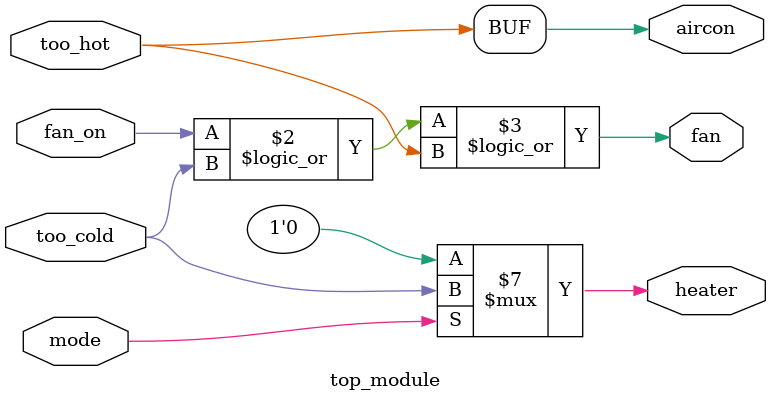
<source format=sv>
module top_module(
    input mode,
    input too_cold,
    input too_hot,
    input fan_on,
    output reg heater,
    output reg aircon,
    output reg fan
);

    always@(mode, too_cold, too_hot, fan_on) begin
        if (mode) begin
            heater = too_cold;
            aircon = too_hot;
        end else begin
            heater = 0;
            aircon = too_hot;
        end
        
        fan = fan_on || too_cold || too_hot;
    end

endmodule

</source>
